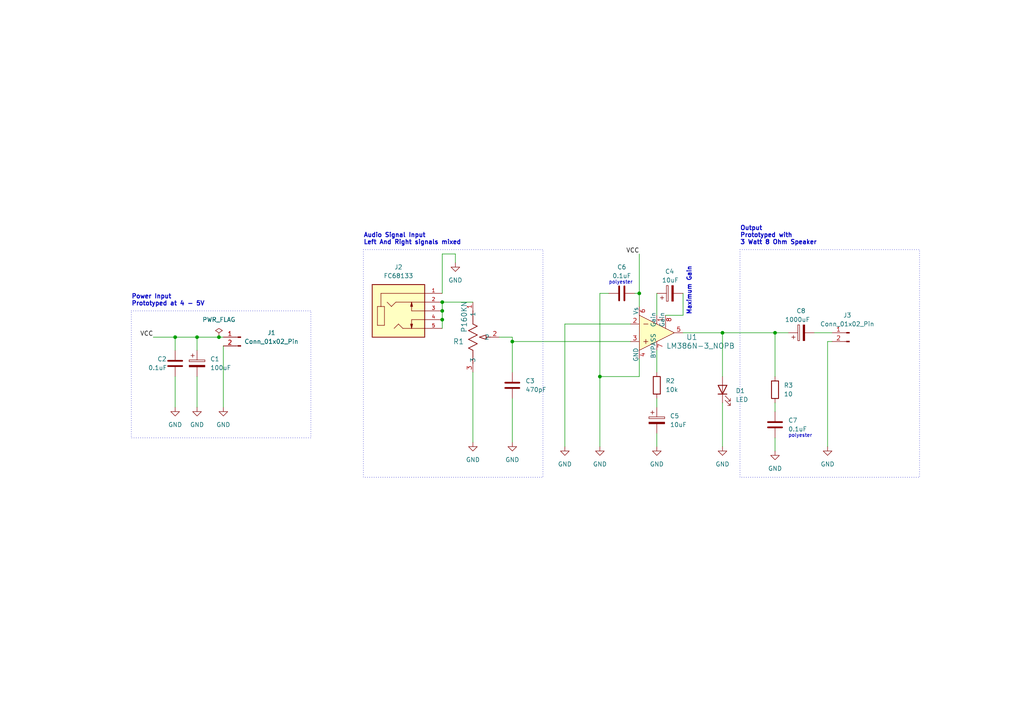
<source format=kicad_sch>
(kicad_sch (version 20230121) (generator eeschema)

  (uuid 9946b283-6baa-4cce-8ce2-670db2f74cdf)

  (paper "A4")

  (title_block
    (title "Simple Audio Amplifier")
    (date "2023-11-22")
    (rev "1")
    (company "George Mason University")
    (comment 1 "Minh Le")
    (comment 2 "G01270908")
  )

  (lib_symbols
    (symbol "Connector:Conn_01x02_Pin" (pin_names (offset 1.016) hide) (in_bom yes) (on_board yes)
      (property "Reference" "J" (at 0 2.54 0)
        (effects (font (size 1.27 1.27)))
      )
      (property "Value" "Conn_01x02_Pin" (at 0 -5.08 0)
        (effects (font (size 1.27 1.27)))
      )
      (property "Footprint" "" (at 0 0 0)
        (effects (font (size 1.27 1.27)) hide)
      )
      (property "Datasheet" "~" (at 0 0 0)
        (effects (font (size 1.27 1.27)) hide)
      )
      (property "ki_locked" "" (at 0 0 0)
        (effects (font (size 1.27 1.27)))
      )
      (property "ki_keywords" "connector" (at 0 0 0)
        (effects (font (size 1.27 1.27)) hide)
      )
      (property "ki_description" "Generic connector, single row, 01x02, script generated" (at 0 0 0)
        (effects (font (size 1.27 1.27)) hide)
      )
      (property "ki_fp_filters" "Connector*:*_1x??_*" (at 0 0 0)
        (effects (font (size 1.27 1.27)) hide)
      )
      (symbol "Conn_01x02_Pin_1_1"
        (polyline
          (pts
            (xy 1.27 -2.54)
            (xy 0.8636 -2.54)
          )
          (stroke (width 0.1524) (type default))
          (fill (type none))
        )
        (polyline
          (pts
            (xy 1.27 0)
            (xy 0.8636 0)
          )
          (stroke (width 0.1524) (type default))
          (fill (type none))
        )
        (rectangle (start 0.8636 -2.413) (end 0 -2.667)
          (stroke (width 0.1524) (type default))
          (fill (type outline))
        )
        (rectangle (start 0.8636 0.127) (end 0 -0.127)
          (stroke (width 0.1524) (type default))
          (fill (type outline))
        )
        (pin passive line (at 5.08 0 180) (length 3.81)
          (name "Pin_1" (effects (font (size 1.27 1.27))))
          (number "1" (effects (font (size 1.27 1.27))))
        )
        (pin passive line (at 5.08 -2.54 180) (length 3.81)
          (name "Pin_2" (effects (font (size 1.27 1.27))))
          (number "2" (effects (font (size 1.27 1.27))))
        )
      )
    )
    (symbol "Device:C" (pin_numbers hide) (pin_names (offset 0.254)) (in_bom yes) (on_board yes)
      (property "Reference" "C" (at 0.635 2.54 0)
        (effects (font (size 1.27 1.27)) (justify left))
      )
      (property "Value" "C" (at 0.635 -2.54 0)
        (effects (font (size 1.27 1.27)) (justify left))
      )
      (property "Footprint" "" (at 0.9652 -3.81 0)
        (effects (font (size 1.27 1.27)) hide)
      )
      (property "Datasheet" "~" (at 0 0 0)
        (effects (font (size 1.27 1.27)) hide)
      )
      (property "ki_keywords" "cap capacitor" (at 0 0 0)
        (effects (font (size 1.27 1.27)) hide)
      )
      (property "ki_description" "Unpolarized capacitor" (at 0 0 0)
        (effects (font (size 1.27 1.27)) hide)
      )
      (property "ki_fp_filters" "C_*" (at 0 0 0)
        (effects (font (size 1.27 1.27)) hide)
      )
      (symbol "C_0_1"
        (polyline
          (pts
            (xy -2.032 -0.762)
            (xy 2.032 -0.762)
          )
          (stroke (width 0.508) (type default))
          (fill (type none))
        )
        (polyline
          (pts
            (xy -2.032 0.762)
            (xy 2.032 0.762)
          )
          (stroke (width 0.508) (type default))
          (fill (type none))
        )
      )
      (symbol "C_1_1"
        (pin passive line (at 0 3.81 270) (length 2.794)
          (name "~" (effects (font (size 1.27 1.27))))
          (number "1" (effects (font (size 1.27 1.27))))
        )
        (pin passive line (at 0 -3.81 90) (length 2.794)
          (name "~" (effects (font (size 1.27 1.27))))
          (number "2" (effects (font (size 1.27 1.27))))
        )
      )
    )
    (symbol "Device:C_Polarized" (pin_numbers hide) (pin_names (offset 0.254)) (in_bom yes) (on_board yes)
      (property "Reference" "C" (at 0.635 2.54 0)
        (effects (font (size 1.27 1.27)) (justify left))
      )
      (property "Value" "C_Polarized" (at 0.635 -2.54 0)
        (effects (font (size 1.27 1.27)) (justify left))
      )
      (property "Footprint" "" (at 0.9652 -3.81 0)
        (effects (font (size 1.27 1.27)) hide)
      )
      (property "Datasheet" "~" (at 0 0 0)
        (effects (font (size 1.27 1.27)) hide)
      )
      (property "ki_keywords" "cap capacitor" (at 0 0 0)
        (effects (font (size 1.27 1.27)) hide)
      )
      (property "ki_description" "Polarized capacitor" (at 0 0 0)
        (effects (font (size 1.27 1.27)) hide)
      )
      (property "ki_fp_filters" "CP_*" (at 0 0 0)
        (effects (font (size 1.27 1.27)) hide)
      )
      (symbol "C_Polarized_0_1"
        (rectangle (start -2.286 0.508) (end 2.286 1.016)
          (stroke (width 0) (type default))
          (fill (type none))
        )
        (polyline
          (pts
            (xy -1.778 2.286)
            (xy -0.762 2.286)
          )
          (stroke (width 0) (type default))
          (fill (type none))
        )
        (polyline
          (pts
            (xy -1.27 2.794)
            (xy -1.27 1.778)
          )
          (stroke (width 0) (type default))
          (fill (type none))
        )
        (rectangle (start 2.286 -0.508) (end -2.286 -1.016)
          (stroke (width 0) (type default))
          (fill (type outline))
        )
      )
      (symbol "C_Polarized_1_1"
        (pin passive line (at 0 3.81 270) (length 2.794)
          (name "~" (effects (font (size 1.27 1.27))))
          (number "1" (effects (font (size 1.27 1.27))))
        )
        (pin passive line (at 0 -3.81 90) (length 2.794)
          (name "~" (effects (font (size 1.27 1.27))))
          (number "2" (effects (font (size 1.27 1.27))))
        )
      )
    )
    (symbol "Device:LED" (pin_numbers hide) (pin_names (offset 1.016) hide) (in_bom yes) (on_board yes)
      (property "Reference" "D" (at 0 2.54 0)
        (effects (font (size 1.27 1.27)))
      )
      (property "Value" "LED" (at 0 -2.54 0)
        (effects (font (size 1.27 1.27)))
      )
      (property "Footprint" "" (at 0 0 0)
        (effects (font (size 1.27 1.27)) hide)
      )
      (property "Datasheet" "~" (at 0 0 0)
        (effects (font (size 1.27 1.27)) hide)
      )
      (property "ki_keywords" "LED diode" (at 0 0 0)
        (effects (font (size 1.27 1.27)) hide)
      )
      (property "ki_description" "Light emitting diode" (at 0 0 0)
        (effects (font (size 1.27 1.27)) hide)
      )
      (property "ki_fp_filters" "LED* LED_SMD:* LED_THT:*" (at 0 0 0)
        (effects (font (size 1.27 1.27)) hide)
      )
      (symbol "LED_0_1"
        (polyline
          (pts
            (xy -1.27 -1.27)
            (xy -1.27 1.27)
          )
          (stroke (width 0.254) (type default))
          (fill (type none))
        )
        (polyline
          (pts
            (xy -1.27 0)
            (xy 1.27 0)
          )
          (stroke (width 0) (type default))
          (fill (type none))
        )
        (polyline
          (pts
            (xy 1.27 -1.27)
            (xy 1.27 1.27)
            (xy -1.27 0)
            (xy 1.27 -1.27)
          )
          (stroke (width 0.254) (type default))
          (fill (type none))
        )
        (polyline
          (pts
            (xy -3.048 -0.762)
            (xy -4.572 -2.286)
            (xy -3.81 -2.286)
            (xy -4.572 -2.286)
            (xy -4.572 -1.524)
          )
          (stroke (width 0) (type default))
          (fill (type none))
        )
        (polyline
          (pts
            (xy -1.778 -0.762)
            (xy -3.302 -2.286)
            (xy -2.54 -2.286)
            (xy -3.302 -2.286)
            (xy -3.302 -1.524)
          )
          (stroke (width 0) (type default))
          (fill (type none))
        )
      )
      (symbol "LED_1_1"
        (pin passive line (at -3.81 0 0) (length 2.54)
          (name "K" (effects (font (size 1.27 1.27))))
          (number "1" (effects (font (size 1.27 1.27))))
        )
        (pin passive line (at 3.81 0 180) (length 2.54)
          (name "A" (effects (font (size 1.27 1.27))))
          (number "2" (effects (font (size 1.27 1.27))))
        )
      )
    )
    (symbol "Device:R" (pin_numbers hide) (pin_names (offset 0)) (in_bom yes) (on_board yes)
      (property "Reference" "R" (at 2.032 0 90)
        (effects (font (size 1.27 1.27)))
      )
      (property "Value" "R" (at 0 0 90)
        (effects (font (size 1.27 1.27)))
      )
      (property "Footprint" "" (at -1.778 0 90)
        (effects (font (size 1.27 1.27)) hide)
      )
      (property "Datasheet" "~" (at 0 0 0)
        (effects (font (size 1.27 1.27)) hide)
      )
      (property "ki_keywords" "R res resistor" (at 0 0 0)
        (effects (font (size 1.27 1.27)) hide)
      )
      (property "ki_description" "Resistor" (at 0 0 0)
        (effects (font (size 1.27 1.27)) hide)
      )
      (property "ki_fp_filters" "R_*" (at 0 0 0)
        (effects (font (size 1.27 1.27)) hide)
      )
      (symbol "R_0_1"
        (rectangle (start -1.016 -2.54) (end 1.016 2.54)
          (stroke (width 0.254) (type default))
          (fill (type none))
        )
      )
      (symbol "R_1_1"
        (pin passive line (at 0 3.81 270) (length 1.27)
          (name "~" (effects (font (size 1.27 1.27))))
          (number "1" (effects (font (size 1.27 1.27))))
        )
        (pin passive line (at 0 -3.81 90) (length 1.27)
          (name "~" (effects (font (size 1.27 1.27))))
          (number "2" (effects (font (size 1.27 1.27))))
        )
      )
    )
    (symbol "Potentio_P160N:P160KN-0FC20B5K" (pin_names (offset 0.254)) (in_bom yes) (on_board yes)
      (property "Reference" "R" (at 10.795 -3.175 0)
        (effects (font (size 1.524 1.524)))
      )
      (property "Value" "P160KN-0FC20B5K" (at 10.795 -6.35 0)
        (effects (font (size 1.524 1.524)))
      )
      (property "Footprint" "POT_P160KN_F20_TTE" (at 0 0 0)
        (effects (font (size 1.27 1.27) italic) hide)
      )
      (property "Datasheet" "P160KN-0FC20B5K" (at 0 0 0)
        (effects (font (size 1.27 1.27) italic) hide)
      )
      (property "ki_locked" "" (at 0 0 0)
        (effects (font (size 1.27 1.27)))
      )
      (property "ki_keywords" "P160KN-0FC20B5K" (at 0 0 0)
        (effects (font (size 1.27 1.27)) hide)
      )
      (property "ki_fp_filters" "POT_P160KN_F20_TTE" (at 0 0 0)
        (effects (font (size 1.27 1.27)) hide)
      )
      (symbol "P160KN-0FC20B5K_1_1"
        (polyline
          (pts
            (xy 2.54 0)
            (xy 6.35 0)
          )
          (stroke (width 0.2032) (type default))
          (fill (type none))
        )
        (polyline
          (pts
            (xy 6.35 0)
            (xy 6.985 1.27)
          )
          (stroke (width 0.2032) (type default))
          (fill (type none))
        )
        (polyline
          (pts
            (xy 6.985 1.27)
            (xy 8.255 -1.27)
          )
          (stroke (width 0.2032) (type default))
          (fill (type none))
        )
        (polyline
          (pts
            (xy 8.255 -1.27)
            (xy 9.525 1.27)
          )
          (stroke (width 0.2032) (type default))
          (fill (type none))
        )
        (polyline
          (pts
            (xy 9.525 1.27)
            (xy 10.795 -1.27)
          )
          (stroke (width 0.2032) (type default))
          (fill (type none))
        )
        (polyline
          (pts
            (xy 9.525 3.81)
            (xy 10.16 1.905)
          )
          (stroke (width 0.2032) (type default))
          (fill (type none))
        )
        (polyline
          (pts
            (xy 9.525 3.81)
            (xy 10.795 3.81)
          )
          (stroke (width 0.2032) (type default))
          (fill (type none))
        )
        (polyline
          (pts
            (xy 10.16 3.81)
            (xy 10.16 5.08)
          )
          (stroke (width 0.2032) (type default))
          (fill (type none))
        )
        (polyline
          (pts
            (xy 10.795 -1.27)
            (xy 12.065 1.27)
          )
          (stroke (width 0.2032) (type default))
          (fill (type none))
        )
        (polyline
          (pts
            (xy 10.795 3.81)
            (xy 10.16 1.905)
          )
          (stroke (width 0.2032) (type default))
          (fill (type none))
        )
        (polyline
          (pts
            (xy 12.065 1.27)
            (xy 13.335 -1.27)
          )
          (stroke (width 0.2032) (type default))
          (fill (type none))
        )
        (polyline
          (pts
            (xy 13.335 -1.27)
            (xy 13.97 0)
          )
          (stroke (width 0.2032) (type default))
          (fill (type none))
        )
        (polyline
          (pts
            (xy 13.97 0)
            (xy 17.78 0)
          )
          (stroke (width 0.2032) (type default))
          (fill (type none))
        )
        (pin unspecified line (at 0 0 0) (length 2.54)
          (name "1" (effects (font (size 1.27 1.27))))
          (number "1" (effects (font (size 1.27 1.27))))
        )
        (pin unspecified line (at 10.16 7.62 270) (length 2.54)
          (name "2" (effects (font (size 1.27 1.27))))
          (number "2" (effects (font (size 1.27 1.27))))
        )
        (pin unspecified line (at 20.32 0 180) (length 2.54)
          (name "3" (effects (font (size 1.27 1.27))))
          (number "3" (effects (font (size 1.27 1.27))))
        )
      )
      (symbol "P160KN-0FC20B5K_1_2"
        (polyline
          (pts
            (xy -3.81 -10.795)
            (xy -3.81 -9.525)
          )
          (stroke (width 0.2032) (type default))
          (fill (type none))
        )
        (polyline
          (pts
            (xy -3.81 -10.795)
            (xy -1.905 -10.16)
          )
          (stroke (width 0.2032) (type default))
          (fill (type none))
        )
        (polyline
          (pts
            (xy -3.81 -10.16)
            (xy -5.08 -10.16)
          )
          (stroke (width 0.2032) (type default))
          (fill (type none))
        )
        (polyline
          (pts
            (xy -3.81 -9.525)
            (xy -1.905 -10.16)
          )
          (stroke (width 0.2032) (type default))
          (fill (type none))
        )
        (polyline
          (pts
            (xy -1.27 -13.335)
            (xy 1.27 -12.065)
          )
          (stroke (width 0.2032) (type default))
          (fill (type none))
        )
        (polyline
          (pts
            (xy -1.27 -10.795)
            (xy 1.27 -9.525)
          )
          (stroke (width 0.2032) (type default))
          (fill (type none))
        )
        (polyline
          (pts
            (xy -1.27 -8.255)
            (xy 1.27 -6.985)
          )
          (stroke (width 0.2032) (type default))
          (fill (type none))
        )
        (polyline
          (pts
            (xy 0 -17.78)
            (xy 0 -13.97)
          )
          (stroke (width 0.2032) (type default))
          (fill (type none))
        )
        (polyline
          (pts
            (xy 0 -13.97)
            (xy -1.27 -13.335)
          )
          (stroke (width 0.2032) (type default))
          (fill (type none))
        )
        (polyline
          (pts
            (xy 0 -6.35)
            (xy 0 -2.54)
          )
          (stroke (width 0.2032) (type default))
          (fill (type none))
        )
        (polyline
          (pts
            (xy 1.27 -12.065)
            (xy -1.27 -10.795)
          )
          (stroke (width 0.2032) (type default))
          (fill (type none))
        )
        (polyline
          (pts
            (xy 1.27 -9.525)
            (xy -1.27 -8.255)
          )
          (stroke (width 0.2032) (type default))
          (fill (type none))
        )
        (polyline
          (pts
            (xy 1.27 -6.985)
            (xy 0 -6.35)
          )
          (stroke (width 0.2032) (type default))
          (fill (type none))
        )
        (pin unspecified line (at 0 0 270) (length 2.54)
          (name "1" (effects (font (size 1.27 1.27))))
          (number "1" (effects (font (size 1.27 1.27))))
        )
        (pin unspecified line (at -7.62 -10.16 0) (length 2.54)
          (name "2" (effects (font (size 1.27 1.27))))
          (number "2" (effects (font (size 1.27 1.27))))
        )
        (pin unspecified line (at 0 -20.32 90) (length 2.54)
          (name "3" (effects (font (size 1.27 1.27))))
          (number "3" (effects (font (size 1.27 1.27))))
        )
      )
    )
    (symbol "StereoJack:FC68133" (pin_names (offset 1.016)) (in_bom yes) (on_board yes)
      (property "Reference" "J" (at -7.62 8.89 0)
        (effects (font (size 1.27 1.27)) (justify left bottom))
      )
      (property "Value" "FC68133" (at -7.62 -8.89 0)
        (effects (font (size 1.27 1.27)) (justify left top))
      )
      (property "Footprint" "FC68133:CLIFF_FC68133" (at 0 0 0)
        (effects (font (size 1.27 1.27)) (justify bottom) hide)
      )
      (property "Datasheet" "" (at 0 0 0)
        (effects (font (size 1.27 1.27)) hide)
      )
      (property "PARTREV" "5" (at 0 0 0)
        (effects (font (size 1.27 1.27)) (justify bottom) hide)
      )
      (property "STANDARD" "Manufacturer Recommendations" (at 0 0 0)
        (effects (font (size 1.27 1.27)) (justify bottom) hide)
      )
      (property "MAXIMUM_PACKAGE_HEIGHT" "5.2 mm" (at 0 0 0)
        (effects (font (size 1.27 1.27)) (justify bottom) hide)
      )
      (property "MANUFACTURER" "Cliff" (at 0 0 0)
        (effects (font (size 1.27 1.27)) (justify bottom) hide)
      )
      (symbol "FC68133_0_0"
        (rectangle (start -7.62 -7.62) (end 7.62 7.62)
          (stroke (width 0.254) (type default))
          (fill (type background))
        )
        (polyline
          (pts
            (xy -6.096 -4.191)
            (xy -6.096 1.27)
          )
          (stroke (width 0.1524) (type default))
          (fill (type none))
        )
        (polyline
          (pts
            (xy -6.096 1.27)
            (xy -5.08 1.27)
          )
          (stroke (width 0.1524) (type default))
          (fill (type none))
        )
        (polyline
          (pts
            (xy -5.08 1.27)
            (xy -4.064 1.27)
          )
          (stroke (width 0.1524) (type default))
          (fill (type none))
        )
        (polyline
          (pts
            (xy -5.08 5.08)
            (xy -5.08 1.27)
          )
          (stroke (width 0.1524) (type default))
          (fill (type none))
        )
        (polyline
          (pts
            (xy -4.064 -4.191)
            (xy -6.096 -4.191)
          )
          (stroke (width 0.1524) (type default))
          (fill (type none))
        )
        (polyline
          (pts
            (xy -4.064 1.27)
            (xy -4.064 -4.191)
          )
          (stroke (width 0.1524) (type default))
          (fill (type none))
        )
        (polyline
          (pts
            (xy -2.032 1.27)
            (xy -3.302 2.54)
          )
          (stroke (width 0.1524) (type default))
          (fill (type none))
        )
        (polyline
          (pts
            (xy -0.762 2.54)
            (xy -2.032 1.27)
          )
          (stroke (width 0.1524) (type default))
          (fill (type none))
        )
        (polyline
          (pts
            (xy 0 -3.81)
            (xy -1.27 -5.08)
          )
          (stroke (width 0.1524) (type default))
          (fill (type none))
        )
        (polyline
          (pts
            (xy 1.27 -5.08)
            (xy 0 -3.81)
          )
          (stroke (width 0.1524) (type default))
          (fill (type none))
        )
        (polyline
          (pts
            (xy 3.81 -5.08)
            (xy 1.27 -5.08)
          )
          (stroke (width 0.1524) (type default))
          (fill (type none))
        )
        (polyline
          (pts
            (xy 3.81 -5.08)
            (xy 3.81 -2.54)
          )
          (stroke (width 0.1524) (type default))
          (fill (type none))
        )
        (polyline
          (pts
            (xy 3.81 0)
            (xy 3.81 2.54)
          )
          (stroke (width 0.1524) (type default))
          (fill (type none))
        )
        (polyline
          (pts
            (xy 3.81 2.54)
            (xy -0.762 2.54)
          )
          (stroke (width 0.1524) (type default))
          (fill (type none))
        )
        (polyline
          (pts
            (xy 7.62 -5.08)
            (xy 3.81 -5.08)
          )
          (stroke (width 0.1524) (type default))
          (fill (type none))
        )
        (polyline
          (pts
            (xy 7.62 -2.54)
            (xy 3.81 -2.54)
          )
          (stroke (width 0.1524) (type default))
          (fill (type none))
        )
        (polyline
          (pts
            (xy 7.62 0)
            (xy 3.81 0)
          )
          (stroke (width 0.1524) (type default))
          (fill (type none))
        )
        (polyline
          (pts
            (xy 7.62 2.54)
            (xy 3.81 2.54)
          )
          (stroke (width 0.1524) (type default))
          (fill (type none))
        )
        (polyline
          (pts
            (xy 7.62 5.08)
            (xy -5.08 5.08)
          )
          (stroke (width 0.1524) (type default))
          (fill (type none))
        )
        (polyline
          (pts
            (xy 3.81 -5.08)
            (xy 3.4925 -3.81)
            (xy 4.1275 -3.81)
            (xy 3.81 -5.08)
          )
          (stroke (width 0.1524) (type default))
          (fill (type outline))
        )
        (polyline
          (pts
            (xy 3.81 2.54)
            (xy 4.1275 1.27)
            (xy 3.4925 1.27)
            (xy 3.81 2.54)
          )
          (stroke (width 0.1524) (type default))
          (fill (type outline))
        )
        (pin passive line (at 12.7 5.08 180) (length 5.08)
          (name "~" (effects (font (size 1.016 1.016))))
          (number "1" (effects (font (size 1.016 1.016))))
        )
        (pin passive line (at 12.7 2.54 180) (length 5.08)
          (name "~" (effects (font (size 1.016 1.016))))
          (number "2" (effects (font (size 1.016 1.016))))
        )
        (pin passive line (at 12.7 0 180) (length 5.08)
          (name "~" (effects (font (size 1.016 1.016))))
          (number "3" (effects (font (size 1.016 1.016))))
        )
        (pin passive line (at 12.7 -2.54 180) (length 5.08)
          (name "~" (effects (font (size 1.016 1.016))))
          (number "4" (effects (font (size 1.016 1.016))))
        )
        (pin passive line (at 12.7 -5.08 180) (length 5.08)
          (name "~" (effects (font (size 1.016 1.016))))
          (number "5" (effects (font (size 1.016 1.016))))
        )
      )
    )
    (symbol "dk_Linear-Amplifiers-Audio:LM386N-3_NOPB" (pin_names (offset 0)) (in_bom yes) (on_board yes)
      (property "Reference" "U" (at -8.89 5.08 0)
        (effects (font (size 1.524 1.524)))
      )
      (property "Value" "LM386N-3_NOPB" (at 2.54 -5.08 0)
        (effects (font (size 1.524 1.524)) (justify left))
      )
      (property "Footprint" "digikey-footprints:DIP-8_W7.62mm" (at 5.08 5.08 0)
        (effects (font (size 1.524 1.524)) (justify left) hide)
      )
      (property "Datasheet" "http://www.ti.com/general/docs/suppproductinfo.tsp?distId=10&gotoUrl=http%3A%2F%2Fwww.ti.com%2Flit%2Fgpn%2Flm386" (at 5.08 7.62 0)
        (effects (font (size 1.524 1.524)) (justify left) hide)
      )
      (property "Digi-Key_PN" "296-43959-5-ND" (at 5.08 10.16 0)
        (effects (font (size 1.524 1.524)) (justify left) hide)
      )
      (property "MPN" "LM386N-3/NOPB" (at 5.08 12.7 0)
        (effects (font (size 1.524 1.524)) (justify left) hide)
      )
      (property "Category" "Integrated Circuits (ICs)" (at 5.08 15.24 0)
        (effects (font (size 1.524 1.524)) (justify left) hide)
      )
      (property "Family" "Linear - Amplifiers - Audio" (at 5.08 17.78 0)
        (effects (font (size 1.524 1.524)) (justify left) hide)
      )
      (property "DK_Datasheet_Link" "http://www.ti.com/general/docs/suppproductinfo.tsp?distId=10&gotoUrl=http%3A%2F%2Fwww.ti.com%2Flit%2Fgpn%2Flm386" (at 5.08 20.32 0)
        (effects (font (size 1.524 1.524)) (justify left) hide)
      )
      (property "DK_Detail_Page" "/product-detail/en/texas-instruments/LM386N-3-NOPB/296-43959-5-ND/148191" (at 5.08 22.86 0)
        (effects (font (size 1.524 1.524)) (justify left) hide)
      )
      (property "Description" "IC AMP AUDIO PWR .7W MONO 8DIP" (at 5.08 25.4 0)
        (effects (font (size 1.524 1.524)) (justify left) hide)
      )
      (property "Manufacturer" "Texas Instruments" (at 5.08 27.94 0)
        (effects (font (size 1.524 1.524)) (justify left) hide)
      )
      (property "Status" "Active" (at 5.08 30.48 0)
        (effects (font (size 1.524 1.524)) (justify left) hide)
      )
      (property "ki_keywords" "296-43959-5-ND" (at 0 0 0)
        (effects (font (size 1.27 1.27)) hide)
      )
      (property "ki_description" "IC AMP AUDIO PWR .7W MONO 8DIP" (at 0 0 0)
        (effects (font (size 1.27 1.27)) hide)
      )
      (symbol "LM386N-3_NOPB_0_1"
        (polyline
          (pts
            (xy -3.81 -2.54)
            (xy -2.54 -2.54)
          )
          (stroke (width 0) (type solid))
          (fill (type none))
        )
        (polyline
          (pts
            (xy -3.81 2.54)
            (xy -2.54 2.54)
          )
          (stroke (width 0) (type solid))
          (fill (type none))
        )
        (polyline
          (pts
            (xy -3.175 -1.905)
            (xy -3.175 -3.175)
          )
          (stroke (width 0) (type solid))
          (fill (type none))
        )
        (polyline
          (pts
            (xy 2.54 2.54)
            (xy 2.54 1.27)
          )
          (stroke (width 0) (type solid))
          (fill (type none))
        )
        (polyline
          (pts
            (xy -5.08 5.08)
            (xy -5.08 -5.08)
            (xy 5.08 0)
            (xy -5.08 5.08)
          )
          (stroke (width 0) (type solid))
          (fill (type background))
        )
      )
      (symbol "LM386N-3_NOPB_1_1"
        (pin input line (at 0 5.08 270) (length 2.54)
          (name "Gain" (effects (font (size 1.27 1.27))))
          (number "1" (effects (font (size 1.27 1.27))))
        )
        (pin input line (at -7.62 2.54 0) (length 2.54)
          (name "~" (effects (font (size 1.27 1.27))))
          (number "2" (effects (font (size 1.27 1.27))))
        )
        (pin input line (at -7.62 -2.54 0) (length 2.54)
          (name "~" (effects (font (size 1.27 1.27))))
          (number "3" (effects (font (size 1.27 1.27))))
        )
        (pin power_in line (at -5.08 -7.62 90) (length 2.54)
          (name "GND" (effects (font (size 1.27 1.27))))
          (number "4" (effects (font (size 1.27 1.27))))
        )
        (pin output line (at 7.62 0 180) (length 2.54)
          (name "~" (effects (font (size 1.27 1.27))))
          (number "5" (effects (font (size 1.27 1.27))))
        )
        (pin power_in line (at -5.08 7.62 270) (length 2.54)
          (name "Vs" (effects (font (size 1.27 1.27))))
          (number "6" (effects (font (size 1.27 1.27))))
        )
        (pin output line (at 0 -5.08 90) (length 2.54)
          (name "BYPASS" (effects (font (size 1.27 1.27))))
          (number "7" (effects (font (size 1.27 1.27))))
        )
        (pin input line (at 2.54 5.08 270) (length 2.54)
          (name "Gain" (effects (font (size 1.27 1.27))))
          (number "8" (effects (font (size 1.27 1.27))))
        )
      )
    )
    (symbol "power:GND" (power) (pin_names (offset 0)) (in_bom yes) (on_board yes)
      (property "Reference" "#PWR" (at 0 -6.35 0)
        (effects (font (size 1.27 1.27)) hide)
      )
      (property "Value" "GND" (at 0 -3.81 0)
        (effects (font (size 1.27 1.27)))
      )
      (property "Footprint" "" (at 0 0 0)
        (effects (font (size 1.27 1.27)) hide)
      )
      (property "Datasheet" "" (at 0 0 0)
        (effects (font (size 1.27 1.27)) hide)
      )
      (property "ki_keywords" "global power" (at 0 0 0)
        (effects (font (size 1.27 1.27)) hide)
      )
      (property "ki_description" "Power symbol creates a global label with name \"GND\" , ground" (at 0 0 0)
        (effects (font (size 1.27 1.27)) hide)
      )
      (symbol "GND_0_1"
        (polyline
          (pts
            (xy 0 0)
            (xy 0 -1.27)
            (xy 1.27 -1.27)
            (xy 0 -2.54)
            (xy -1.27 -1.27)
            (xy 0 -1.27)
          )
          (stroke (width 0) (type default))
          (fill (type none))
        )
      )
      (symbol "GND_1_1"
        (pin power_in line (at 0 0 270) (length 0) hide
          (name "GND" (effects (font (size 1.27 1.27))))
          (number "1" (effects (font (size 1.27 1.27))))
        )
      )
    )
    (symbol "power:PWR_FLAG" (power) (pin_numbers hide) (pin_names (offset 0) hide) (in_bom yes) (on_board yes)
      (property "Reference" "#FLG" (at 0 1.905 0)
        (effects (font (size 1.27 1.27)) hide)
      )
      (property "Value" "PWR_FLAG" (at 0 3.81 0)
        (effects (font (size 1.27 1.27)))
      )
      (property "Footprint" "" (at 0 0 0)
        (effects (font (size 1.27 1.27)) hide)
      )
      (property "Datasheet" "~" (at 0 0 0)
        (effects (font (size 1.27 1.27)) hide)
      )
      (property "ki_keywords" "flag power" (at 0 0 0)
        (effects (font (size 1.27 1.27)) hide)
      )
      (property "ki_description" "Special symbol for telling ERC where power comes from" (at 0 0 0)
        (effects (font (size 1.27 1.27)) hide)
      )
      (symbol "PWR_FLAG_0_0"
        (pin power_out line (at 0 0 90) (length 0)
          (name "pwr" (effects (font (size 1.27 1.27))))
          (number "1" (effects (font (size 1.27 1.27))))
        )
      )
      (symbol "PWR_FLAG_0_1"
        (polyline
          (pts
            (xy 0 0)
            (xy 0 1.27)
            (xy -1.016 1.905)
            (xy 0 2.54)
            (xy 1.016 1.905)
            (xy 0 1.27)
          )
          (stroke (width 0) (type default))
          (fill (type none))
        )
      )
    )
  )

  (junction (at 148.59 99.06) (diameter 0) (color 0 0 0 0)
    (uuid 1b5c1395-17fc-496e-9370-1d487b88ebf4)
  )
  (junction (at 128.27 90.17) (diameter 0) (color 0 0 0 0)
    (uuid 2777b765-0929-48ae-a060-4520cefe6727)
  )
  (junction (at 128.27 87.63) (diameter 0) (color 0 0 0 0)
    (uuid 3abfabbe-77c4-4b30-9af2-5b0ae274380b)
  )
  (junction (at 173.99 109.22) (diameter 0) (color 0 0 0 0)
    (uuid 3dee2263-7f6b-4e7e-8bf3-d67954889774)
  )
  (junction (at 57.15 97.79) (diameter 0) (color 0 0 0 0)
    (uuid 590587d4-de0e-4990-b439-c2e3365c9b42)
  )
  (junction (at 50.8 97.79) (diameter 0) (color 0 0 0 0)
    (uuid 78658380-286e-4609-aa49-b644e5c6042c)
  )
  (junction (at 185.42 85.09) (diameter 0) (color 0 0 0 0)
    (uuid 9a8d84f3-9ec4-4bec-b414-d96a152fdc49)
  )
  (junction (at 128.27 92.71) (diameter 0) (color 0 0 0 0)
    (uuid a5a257f8-3c96-4702-91aa-f9c89442551a)
  )
  (junction (at 224.79 96.52) (diameter 0) (color 0 0 0 0)
    (uuid b686d403-9e96-40fc-ab74-593ae36ce289)
  )
  (junction (at 209.55 96.52) (diameter 0) (color 0 0 0 0)
    (uuid cee6266d-5d22-416c-8731-f09183fcc112)
  )
  (junction (at 63.5 97.79) (diameter 0) (color 0 0 0 0)
    (uuid d0cfac09-7499-4d61-a2a4-7451a4a27c9e)
  )

  (wire (pts (xy 185.42 85.09) (xy 185.42 88.9))
    (stroke (width 0) (type default))
    (uuid 0080f60d-49f7-469e-b227-80aafb34eb13)
  )
  (wire (pts (xy 190.5 125.73) (xy 190.5 129.54))
    (stroke (width 0) (type default))
    (uuid 08032a96-8fb9-4539-94af-03ef16780153)
  )
  (wire (pts (xy 44.45 97.79) (xy 50.8 97.79))
    (stroke (width 0) (type default))
    (uuid 0aefda1e-b6ab-477e-b32f-f706eafd2e51)
  )
  (wire (pts (xy 128.27 90.17) (xy 128.27 92.71))
    (stroke (width 0) (type default))
    (uuid 0d1faa6e-5891-4629-bf16-955994c013d0)
  )
  (wire (pts (xy 176.53 85.09) (xy 173.99 85.09))
    (stroke (width 0) (type default))
    (uuid 12e93b44-5095-4155-a219-7c38cc0fb832)
  )
  (wire (pts (xy 50.8 97.79) (xy 50.8 101.6))
    (stroke (width 0) (type default))
    (uuid 14ee1bf9-278c-41ce-a0b0-d1d2bdc1cbe2)
  )
  (wire (pts (xy 241.3 99.06) (xy 240.03 99.06))
    (stroke (width 0) (type default))
    (uuid 1867e6c1-1a96-4c42-8d79-b5a33b25ae47)
  )
  (wire (pts (xy 224.79 96.52) (xy 224.79 109.22))
    (stroke (width 0) (type default))
    (uuid 19ad4fb4-700a-48a4-8b4c-c6fb00dd1d20)
  )
  (wire (pts (xy 184.15 85.09) (xy 185.42 85.09))
    (stroke (width 0) (type default))
    (uuid 1af38717-8440-491a-9bd8-cfe7dfa9d2da)
  )
  (wire (pts (xy 173.99 109.22) (xy 185.42 109.22))
    (stroke (width 0) (type default))
    (uuid 1db67da2-0225-411a-bd0b-da1c73cdac01)
  )
  (wire (pts (xy 190.5 101.6) (xy 190.5 107.95))
    (stroke (width 0) (type default))
    (uuid 1e08f2ba-717c-4732-ad38-051aa82c3eec)
  )
  (wire (pts (xy 128.27 92.71) (xy 128.27 95.25))
    (stroke (width 0) (type default))
    (uuid 1e0f4c10-d19b-45fc-b65e-1f2b8693bea6)
  )
  (wire (pts (xy 190.5 85.09) (xy 190.5 91.44))
    (stroke (width 0) (type default))
    (uuid 22b0ce22-a939-424c-bbfa-0ebb0c0ddad2)
  )
  (wire (pts (xy 137.16 107.95) (xy 137.16 128.27))
    (stroke (width 0) (type default))
    (uuid 2a5fa771-0f38-4cf0-ad56-31db6276f5df)
  )
  (wire (pts (xy 63.5 97.79) (xy 64.77 97.79))
    (stroke (width 0) (type default))
    (uuid 3c39ece0-86c8-4d4a-8b24-07de2b52cad5)
  )
  (wire (pts (xy 50.8 109.22) (xy 50.8 118.11))
    (stroke (width 0) (type default))
    (uuid 403f605a-2ecc-4ca1-a3dd-8003727baf93)
  )
  (wire (pts (xy 57.15 109.22) (xy 57.15 118.11))
    (stroke (width 0) (type default))
    (uuid 496dd1c2-c4c5-441e-9a8b-186655ca9fd5)
  )
  (wire (pts (xy 224.79 96.52) (xy 228.6 96.52))
    (stroke (width 0) (type default))
    (uuid 496e31b5-ee6c-4062-9ac4-38f7e769f868)
  )
  (wire (pts (xy 148.59 99.06) (xy 148.59 107.95))
    (stroke (width 0) (type default))
    (uuid 61beed51-01fc-4afe-a765-634177b21cda)
  )
  (wire (pts (xy 209.55 96.52) (xy 224.79 96.52))
    (stroke (width 0) (type default))
    (uuid 62afec73-b118-4ba9-ab52-996020d7a2bc)
  )
  (wire (pts (xy 57.15 97.79) (xy 57.15 101.6))
    (stroke (width 0) (type default))
    (uuid 645d8523-d337-4b00-93ea-a6510d9768c9)
  )
  (wire (pts (xy 173.99 85.09) (xy 173.99 109.22))
    (stroke (width 0) (type default))
    (uuid 6d60d346-a5ff-4f94-b75a-d80202e7289a)
  )
  (wire (pts (xy 128.27 87.63) (xy 128.27 90.17))
    (stroke (width 0) (type default))
    (uuid 6f6a67e5-1514-4045-b522-adffe3ff06ec)
  )
  (wire (pts (xy 148.59 115.57) (xy 148.59 128.27))
    (stroke (width 0) (type default))
    (uuid 8ed03ba0-03d6-40d7-90d6-834b11f4ee01)
  )
  (wire (pts (xy 198.12 85.09) (xy 198.12 91.44))
    (stroke (width 0) (type default))
    (uuid 905caf34-4386-4fec-a7b2-46bbbbc30c62)
  )
  (wire (pts (xy 128.27 85.09) (xy 128.27 73.66))
    (stroke (width 0) (type default))
    (uuid 96fe337a-24a0-4606-87dd-61cf2773b798)
  )
  (wire (pts (xy 64.77 100.33) (xy 64.77 118.11))
    (stroke (width 0) (type default))
    (uuid 9746466c-f12f-401e-8dcd-b8aff9043787)
  )
  (wire (pts (xy 50.8 97.79) (xy 57.15 97.79))
    (stroke (width 0) (type default))
    (uuid 99d0b3b4-30eb-4008-b4f0-00bd081971e9)
  )
  (wire (pts (xy 148.59 99.06) (xy 182.88 99.06))
    (stroke (width 0) (type default))
    (uuid 9a7783a6-0855-4589-ac1c-967c28f8a431)
  )
  (wire (pts (xy 132.08 73.66) (xy 132.08 76.2))
    (stroke (width 0) (type default))
    (uuid 9ba00db6-c3e0-4df6-bc95-0baac7f3e281)
  )
  (wire (pts (xy 57.15 97.79) (xy 63.5 97.79))
    (stroke (width 0) (type default))
    (uuid a23e90dd-494a-447d-a0da-516ed3a6bf4c)
  )
  (wire (pts (xy 185.42 73.66) (xy 185.42 85.09))
    (stroke (width 0) (type default))
    (uuid a3e2b4f9-0414-4b2d-a124-ef9dcecb61a5)
  )
  (wire (pts (xy 198.12 96.52) (xy 209.55 96.52))
    (stroke (width 0) (type default))
    (uuid a6cc8756-2981-4de4-971d-0f547428bfea)
  )
  (wire (pts (xy 144.78 97.79) (xy 148.59 97.79))
    (stroke (width 0) (type default))
    (uuid a91dd759-2a7f-46e3-a914-5139a4823d36)
  )
  (wire (pts (xy 224.79 116.84) (xy 224.79 119.38))
    (stroke (width 0) (type default))
    (uuid b9855476-f787-4560-9330-348f036c8f3a)
  )
  (wire (pts (xy 190.5 115.57) (xy 190.5 118.11))
    (stroke (width 0) (type default))
    (uuid bb242229-543b-4f06-a8ee-a1b1207d71f4)
  )
  (wire (pts (xy 209.55 96.52) (xy 209.55 109.22))
    (stroke (width 0) (type default))
    (uuid c4355368-f2e1-4d6c-9a68-2e026f9f66fe)
  )
  (wire (pts (xy 185.42 104.14) (xy 185.42 109.22))
    (stroke (width 0) (type default))
    (uuid c45ee82b-e445-4544-b176-20dd17c730b4)
  )
  (wire (pts (xy 209.55 116.84) (xy 209.55 129.54))
    (stroke (width 0) (type default))
    (uuid c937a314-83c8-4579-8fa4-b422772d296e)
  )
  (wire (pts (xy 128.27 73.66) (xy 132.08 73.66))
    (stroke (width 0) (type default))
    (uuid c9e8c9dd-fd46-4621-a253-847f6cfb039e)
  )
  (wire (pts (xy 224.79 127) (xy 224.79 130.81))
    (stroke (width 0) (type default))
    (uuid cb5b30c1-ea4d-44b1-b141-9922a90b047d)
  )
  (wire (pts (xy 236.22 96.52) (xy 241.3 96.52))
    (stroke (width 0) (type default))
    (uuid d88119bb-8d22-453b-ac1e-d8782bcbbff0)
  )
  (wire (pts (xy 240.03 99.06) (xy 240.03 129.54))
    (stroke (width 0) (type default))
    (uuid db7d50d4-df3f-49cc-92f5-829aa0a51c98)
  )
  (wire (pts (xy 128.27 87.63) (xy 137.16 87.63))
    (stroke (width 0) (type default))
    (uuid dd292dbe-28a1-4c04-aabd-bd307933991a)
  )
  (wire (pts (xy 163.83 93.98) (xy 163.83 129.54))
    (stroke (width 0) (type default))
    (uuid e75bcd38-99cf-4fab-8284-5501f47fa207)
  )
  (wire (pts (xy 148.59 99.06) (xy 148.59 97.79))
    (stroke (width 0) (type default))
    (uuid e97d2b5b-215b-472a-bc34-e7061713db34)
  )
  (wire (pts (xy 182.88 93.98) (xy 163.83 93.98))
    (stroke (width 0) (type default))
    (uuid ed8de270-e189-4b22-a4a0-4439e30a7e05)
  )
  (wire (pts (xy 173.99 109.22) (xy 173.99 129.54))
    (stroke (width 0) (type default))
    (uuid eec67762-5972-4c20-a498-4f0997536a33)
  )
  (wire (pts (xy 193.04 91.44) (xy 198.12 91.44))
    (stroke (width 0) (type default))
    (uuid f2f8dbc7-c663-4387-bd92-20b04732eda4)
  )

  (rectangle (start 214.63 72.39) (end 266.7 138.43)
    (stroke (width 0) (type dot))
    (fill (type none))
    (uuid 1ef303b0-04bd-4956-b123-a85bf55771a0)
  )
  (rectangle (start 38.1 90.17) (end 90.17 127)
    (stroke (width 0) (type dot))
    (fill (type none))
    (uuid 9cb1ddc6-d808-4439-9e5e-fcf74222d816)
  )
  (rectangle (start 105.41 72.39) (end 157.48 138.43)
    (stroke (width 0) (type dot))
    (fill (type none))
    (uuid f48a4aa7-f225-4170-a8f9-0e388ad6e593)
  )

  (text "polyester" (at 176.53 82.55 0)
    (effects (font (size 1 1)) (justify left bottom))
    (uuid 1abc8a3d-e637-43ec-a1c7-d28de9e8919d)
  )
  (text "Maximum Gain" (at 200.66 91.44 90)
    (effects (font (size 1.27 1.27) bold) (justify left bottom))
    (uuid 4f1b7e70-7600-4133-a6ba-4d6dd3f002fa)
  )
  (text "Output\nPrototyped with \n3 Watt 8 Ohm Speaker" (at 214.63 71.12 0)
    (effects (font (size 1.27 1.27) bold) (justify left bottom))
    (uuid 66468b82-eed9-49fa-a2bc-3a694df38fbe)
  )
  (text "polyester" (at 228.6 127 0)
    (effects (font (size 1 1)) (justify left bottom))
    (uuid cf2e5772-34eb-48d2-a1d5-64dbc960736b)
  )
  (text "Power Input\nPrototyped at 4 - 5V" (at 38.1 88.9 0)
    (effects (font (size 1.27 1.27) bold) (justify left bottom))
    (uuid f3bc22f6-8d5e-47b8-b51a-2e9ff9105886)
  )
  (text "Audio Signal Input\nLeft And Right signals mixed" (at 105.41 71.12 0)
    (effects (font (size 1.27 1.27) bold) (justify left bottom))
    (uuid f815dc99-2ce9-4620-b67e-3a2f04bb0161)
  )

  (label "VCC" (at 44.45 97.79 180) (fields_autoplaced)
    (effects (font (size 1.27 1.27)) (justify right bottom))
    (uuid 2ff16208-e940-44ea-b2b2-6951392bc994)
  )
  (label "VCC" (at 185.42 73.66 180) (fields_autoplaced)
    (effects (font (size 1.27 1.27)) (justify right bottom))
    (uuid 939b40ab-e588-4ef8-b4cc-a9a6ce01faec)
  )

  (symbol (lib_id "Device:C") (at 50.8 105.41 0) (unit 1)
    (in_bom yes) (on_board yes) (dnp no)
    (uuid 04f4caaa-3490-4682-937a-62ff9a3e7cfc)
    (property "Reference" "C2" (at 46.99 104.14 0)
      (effects (font (size 1.27 1.27)))
    )
    (property "Value" "0.1uF" (at 45.72 106.68 0)
      (effects (font (size 1.27 1.27)))
    )
    (property "Footprint" "Capacitor_THT:C_Disc_D3.0mm_W1.6mm_P2.50mm" (at 51.7652 109.22 0)
      (effects (font (size 1.27 1.27)) hide)
    )
    (property "Datasheet" "~" (at 50.8 105.41 0)
      (effects (font (size 1.27 1.27)) hide)
    )
    (pin "1" (uuid d5cfa62f-443c-4e31-90d9-19faefd73cef))
    (pin "2" (uuid 1eb677f6-e073-44d1-942b-d26851d1bdc5))
    (instances
      (project "SimpleAudioAmplifier"
        (path "/9946b283-6baa-4cce-8ce2-670db2f74cdf"
          (reference "C2") (unit 1)
        )
      )
    )
  )

  (symbol (lib_id "Device:C") (at 180.34 85.09 90) (unit 1)
    (in_bom yes) (on_board yes) (dnp no) (fields_autoplaced)
    (uuid 060de9b0-d3c8-4845-9e43-d4b6566ffbb3)
    (property "Reference" "C6" (at 180.34 77.47 90)
      (effects (font (size 1.27 1.27)))
    )
    (property "Value" "0.1uF" (at 180.34 80.01 90)
      (effects (font (size 1.27 1.27)))
    )
    (property "Footprint" "Capacitor_THT:C_Disc_D3.0mm_W1.6mm_P2.50mm" (at 184.15 84.1248 0)
      (effects (font (size 1.27 1.27)) hide)
    )
    (property "Datasheet" "~" (at 180.34 85.09 0)
      (effects (font (size 1.27 1.27)) hide)
    )
    (pin "1" (uuid 25a2c510-19fc-4f9f-ad7b-8dca8c778afc))
    (pin "2" (uuid 364febf2-c92c-413d-9bfc-bd3e97fcc4c3))
    (instances
      (project "SimpleAudioAmplifier"
        (path "/9946b283-6baa-4cce-8ce2-670db2f74cdf"
          (reference "C6") (unit 1)
        )
      )
    )
  )

  (symbol (lib_id "power:GND") (at 132.08 76.2 0) (unit 1)
    (in_bom yes) (on_board yes) (dnp no) (fields_autoplaced)
    (uuid 09e9cb8a-5f2c-48e8-8b2d-64e34a956711)
    (property "Reference" "#PWR09" (at 132.08 82.55 0)
      (effects (font (size 1.27 1.27)) hide)
    )
    (property "Value" "GND" (at 132.08 81.28 0)
      (effects (font (size 1.27 1.27)))
    )
    (property "Footprint" "" (at 132.08 76.2 0)
      (effects (font (size 1.27 1.27)) hide)
    )
    (property "Datasheet" "" (at 132.08 76.2 0)
      (effects (font (size 1.27 1.27)) hide)
    )
    (pin "1" (uuid f13745cb-d279-445a-82b2-dcf713e1563e))
    (instances
      (project "SimpleAudioAmplifier"
        (path "/9946b283-6baa-4cce-8ce2-670db2f74cdf"
          (reference "#PWR09") (unit 1)
        )
      )
    )
  )

  (symbol (lib_id "power:GND") (at 137.16 128.27 0) (unit 1)
    (in_bom yes) (on_board yes) (dnp no) (fields_autoplaced)
    (uuid 0bd8b668-0b12-4239-b0a3-b32ac76ee853)
    (property "Reference" "#PWR02" (at 137.16 134.62 0)
      (effects (font (size 1.27 1.27)) hide)
    )
    (property "Value" "GND" (at 137.16 133.35 0)
      (effects (font (size 1.27 1.27)))
    )
    (property "Footprint" "" (at 137.16 128.27 0)
      (effects (font (size 1.27 1.27)) hide)
    )
    (property "Datasheet" "" (at 137.16 128.27 0)
      (effects (font (size 1.27 1.27)) hide)
    )
    (pin "1" (uuid 2b8b3363-b563-4e1a-8775-9629fb698816))
    (instances
      (project "SimpleAudioAmplifier"
        (path "/9946b283-6baa-4cce-8ce2-670db2f74cdf"
          (reference "#PWR02") (unit 1)
        )
      )
    )
  )

  (symbol (lib_id "power:GND") (at 240.03 129.54 0) (unit 1)
    (in_bom yes) (on_board yes) (dnp no) (fields_autoplaced)
    (uuid 0cf5f36e-87f9-4e10-9584-89bcd3baad5b)
    (property "Reference" "#PWR08" (at 240.03 135.89 0)
      (effects (font (size 1.27 1.27)) hide)
    )
    (property "Value" "GND" (at 240.03 134.62 0)
      (effects (font (size 1.27 1.27)))
    )
    (property "Footprint" "" (at 240.03 129.54 0)
      (effects (font (size 1.27 1.27)) hide)
    )
    (property "Datasheet" "" (at 240.03 129.54 0)
      (effects (font (size 1.27 1.27)) hide)
    )
    (pin "1" (uuid 0a583354-5d74-407c-ab57-a3aa40e0b57d))
    (instances
      (project "SimpleAudioAmplifier"
        (path "/9946b283-6baa-4cce-8ce2-670db2f74cdf"
          (reference "#PWR08") (unit 1)
        )
      )
    )
  )

  (symbol (lib_id "Connector:Conn_01x02_Pin") (at 69.85 97.79 0) (mirror y) (unit 1)
    (in_bom yes) (on_board yes) (dnp no)
    (uuid 11f53ba9-2f8c-4c25-85e2-300b6b7a9a31)
    (property "Reference" "J1" (at 78.74 96.52 0)
      (effects (font (size 1.27 1.27)))
    )
    (property "Value" "Conn_01x02_Pin" (at 78.74 99.06 0)
      (effects (font (size 1.27 1.27)))
    )
    (property "Footprint" "Connector_PinHeader_2.00mm:PinHeader_1x02_P2.00mm_Vertical" (at 69.85 97.79 0)
      (effects (font (size 1.27 1.27)) hide)
    )
    (property "Datasheet" "~" (at 69.85 97.79 0)
      (effects (font (size 1.27 1.27)) hide)
    )
    (pin "1" (uuid d3bbb204-ec44-424f-be1a-0424d3436851))
    (pin "2" (uuid e96c3d2b-4196-42a9-b666-fe5aa252c023))
    (instances
      (project "SimpleAudioAmplifier"
        (path "/9946b283-6baa-4cce-8ce2-670db2f74cdf"
          (reference "J1") (unit 1)
        )
      )
    )
  )

  (symbol (lib_id "power:GND") (at 57.15 118.11 0) (unit 1)
    (in_bom yes) (on_board yes) (dnp no) (fields_autoplaced)
    (uuid 2ccb46b7-a33a-4e18-ae86-98ccbb03688a)
    (property "Reference" "#PWR011" (at 57.15 124.46 0)
      (effects (font (size 1.27 1.27)) hide)
    )
    (property "Value" "GND" (at 57.15 123.19 0)
      (effects (font (size 1.27 1.27)))
    )
    (property "Footprint" "" (at 57.15 118.11 0)
      (effects (font (size 1.27 1.27)) hide)
    )
    (property "Datasheet" "" (at 57.15 118.11 0)
      (effects (font (size 1.27 1.27)) hide)
    )
    (pin "1" (uuid 0b8f6c33-d6df-4b06-ba2e-ec16d3f2519f))
    (instances
      (project "SimpleAudioAmplifier"
        (path "/9946b283-6baa-4cce-8ce2-670db2f74cdf"
          (reference "#PWR011") (unit 1)
        )
      )
    )
  )

  (symbol (lib_id "power:GND") (at 209.55 129.54 0) (unit 1)
    (in_bom yes) (on_board yes) (dnp no) (fields_autoplaced)
    (uuid 323dc6f5-a7c9-45df-8b28-3d20f83b97db)
    (property "Reference" "#PWR012" (at 209.55 135.89 0)
      (effects (font (size 1.27 1.27)) hide)
    )
    (property "Value" "GND" (at 209.55 134.62 0)
      (effects (font (size 1.27 1.27)))
    )
    (property "Footprint" "" (at 209.55 129.54 0)
      (effects (font (size 1.27 1.27)) hide)
    )
    (property "Datasheet" "" (at 209.55 129.54 0)
      (effects (font (size 1.27 1.27)) hide)
    )
    (pin "1" (uuid 55abfc36-92cc-4e7a-9fe8-513ab437fff6))
    (instances
      (project "SimpleAudioAmplifier"
        (path "/9946b283-6baa-4cce-8ce2-670db2f74cdf"
          (reference "#PWR012") (unit 1)
        )
      )
    )
  )

  (symbol (lib_id "power:GND") (at 50.8 118.11 0) (unit 1)
    (in_bom yes) (on_board yes) (dnp no) (fields_autoplaced)
    (uuid 3b99d024-a5d0-4def-a84a-65525679a4e0)
    (property "Reference" "#PWR010" (at 50.8 124.46 0)
      (effects (font (size 1.27 1.27)) hide)
    )
    (property "Value" "GND" (at 50.8 123.19 0)
      (effects (font (size 1.27 1.27)))
    )
    (property "Footprint" "" (at 50.8 118.11 0)
      (effects (font (size 1.27 1.27)) hide)
    )
    (property "Datasheet" "" (at 50.8 118.11 0)
      (effects (font (size 1.27 1.27)) hide)
    )
    (pin "1" (uuid e5dfbd8c-a0e4-4a07-9c23-b0243a19b213))
    (instances
      (project "SimpleAudioAmplifier"
        (path "/9946b283-6baa-4cce-8ce2-670db2f74cdf"
          (reference "#PWR010") (unit 1)
        )
      )
    )
  )

  (symbol (lib_id "power:PWR_FLAG") (at 63.5 97.79 0) (unit 1)
    (in_bom yes) (on_board yes) (dnp no) (fields_autoplaced)
    (uuid 3c7da4ab-4e1f-42b7-b4c5-fddbdeb95a2e)
    (property "Reference" "#FLG01" (at 63.5 95.885 0)
      (effects (font (size 1.27 1.27)) hide)
    )
    (property "Value" "PWR_FLAG" (at 63.5 92.71 0)
      (effects (font (size 1.27 1.27)))
    )
    (property "Footprint" "" (at 63.5 97.79 0)
      (effects (font (size 1.27 1.27)) hide)
    )
    (property "Datasheet" "~" (at 63.5 97.79 0)
      (effects (font (size 1.27 1.27)) hide)
    )
    (pin "1" (uuid 91acd6cf-f5cf-4443-8b03-e9a45c54352c))
    (instances
      (project "SimpleAudioAmplifier"
        (path "/9946b283-6baa-4cce-8ce2-670db2f74cdf"
          (reference "#FLG01") (unit 1)
        )
      )
    )
  )

  (symbol (lib_id "Device:C") (at 148.59 111.76 0) (unit 1)
    (in_bom yes) (on_board yes) (dnp no) (fields_autoplaced)
    (uuid 47b838e0-8c3b-4c9f-9c65-d5615d30f19b)
    (property "Reference" "C3" (at 152.4 110.49 0)
      (effects (font (size 1.27 1.27)) (justify left))
    )
    (property "Value" "470pF" (at 152.4 113.03 0)
      (effects (font (size 1.27 1.27)) (justify left))
    )
    (property "Footprint" "Capacitor_THT:C_Disc_D3.0mm_W1.6mm_P2.50mm" (at 149.5552 115.57 0)
      (effects (font (size 1.27 1.27)) hide)
    )
    (property "Datasheet" "~" (at 148.59 111.76 0)
      (effects (font (size 1.27 1.27)) hide)
    )
    (pin "1" (uuid 8093b5cc-e3fa-4d5c-ae79-6677e19da084))
    (pin "2" (uuid c3b41927-98fa-44cb-8ef8-1381a9938b0f))
    (instances
      (project "SimpleAudioAmplifier"
        (path "/9946b283-6baa-4cce-8ce2-670db2f74cdf"
          (reference "C3") (unit 1)
        )
      )
    )
  )

  (symbol (lib_id "Device:R") (at 224.79 113.03 0) (unit 1)
    (in_bom yes) (on_board yes) (dnp no) (fields_autoplaced)
    (uuid 4ee1a370-f349-4ea5-8307-5fb3fdf45b10)
    (property "Reference" "R3" (at 227.33 111.76 0)
      (effects (font (size 1.27 1.27)) (justify left))
    )
    (property "Value" "10" (at 227.33 114.3 0)
      (effects (font (size 1.27 1.27)) (justify left))
    )
    (property "Footprint" "Resistor_THT:R_Axial_DIN0204_L3.6mm_D1.6mm_P7.62mm_Horizontal" (at 223.012 113.03 90)
      (effects (font (size 1.27 1.27)) hide)
    )
    (property "Datasheet" "~" (at 224.79 113.03 0)
      (effects (font (size 1.27 1.27)) hide)
    )
    (pin "1" (uuid be9072b3-0bc0-4eeb-9d79-777f0d70b613))
    (pin "2" (uuid 48d4b410-215c-4315-a2a9-57a210a7d51c))
    (instances
      (project "SimpleAudioAmplifier"
        (path "/9946b283-6baa-4cce-8ce2-670db2f74cdf"
          (reference "R3") (unit 1)
        )
      )
    )
  )

  (symbol (lib_id "power:GND") (at 224.79 130.81 0) (unit 1)
    (in_bom yes) (on_board yes) (dnp no) (fields_autoplaced)
    (uuid 52d98579-9bd1-4d8b-ab6e-8e2aecb594e0)
    (property "Reference" "#PWR07" (at 224.79 137.16 0)
      (effects (font (size 1.27 1.27)) hide)
    )
    (property "Value" "GND" (at 224.79 135.89 0)
      (effects (font (size 1.27 1.27)))
    )
    (property "Footprint" "" (at 224.79 130.81 0)
      (effects (font (size 1.27 1.27)) hide)
    )
    (property "Datasheet" "" (at 224.79 130.81 0)
      (effects (font (size 1.27 1.27)) hide)
    )
    (pin "1" (uuid 46158533-3ae8-4da2-85f4-76f7038609af))
    (instances
      (project "SimpleAudioAmplifier"
        (path "/9946b283-6baa-4cce-8ce2-670db2f74cdf"
          (reference "#PWR07") (unit 1)
        )
      )
    )
  )

  (symbol (lib_id "StereoJack:FC68133") (at 115.57 90.17 0) (unit 1)
    (in_bom yes) (on_board yes) (dnp no) (fields_autoplaced)
    (uuid 5a72285a-8a85-4b12-8c98-8e15c2fe6bf3)
    (property "Reference" "J2" (at 115.57 77.47 0)
      (effects (font (size 1.27 1.27)))
    )
    (property "Value" "FC68133" (at 115.57 80.01 0)
      (effects (font (size 1.27 1.27)))
    )
    (property "Footprint" "StereoJack:CLIFF_FC68133" (at 115.57 90.17 0)
      (effects (font (size 1.27 1.27)) (justify bottom) hide)
    )
    (property "Datasheet" "" (at 115.57 90.17 0)
      (effects (font (size 1.27 1.27)) hide)
    )
    (property "PARTREV" "5" (at 115.57 90.17 0)
      (effects (font (size 1.27 1.27)) (justify bottom) hide)
    )
    (property "STANDARD" "Manufacturer Recommendations" (at 115.57 90.17 0)
      (effects (font (size 1.27 1.27)) (justify bottom) hide)
    )
    (property "MAXIMUM_PACKAGE_HEIGHT" "5.2 mm" (at 115.57 90.17 0)
      (effects (font (size 1.27 1.27)) (justify bottom) hide)
    )
    (property "MANUFACTURER" "Cliff" (at 115.57 90.17 0)
      (effects (font (size 1.27 1.27)) (justify bottom) hide)
    )
    (pin "1" (uuid 3427a208-fa46-41ba-8c0c-8de9107ec21c))
    (pin "2" (uuid e574ec07-6eb1-41f3-96e9-dd92f7570e6e))
    (pin "3" (uuid 6af81a4d-4e1c-4c2d-881f-7bd49e5c7e4d))
    (pin "4" (uuid e886f6c2-f19b-4c6a-b0d3-ee017104c694))
    (pin "5" (uuid f20f2898-5918-4fac-b405-28715ecd3c3f))
    (instances
      (project "SimpleAudioAmplifier"
        (path "/9946b283-6baa-4cce-8ce2-670db2f74cdf"
          (reference "J2") (unit 1)
        )
      )
    )
  )

  (symbol (lib_id "dk_Linear-Amplifiers-Audio:LM386N-3_NOPB") (at 190.5 96.52 0) (unit 1)
    (in_bom yes) (on_board yes) (dnp no)
    (uuid 61d4c0f5-f247-4354-b848-fc34d5a94f3f)
    (property "Reference" "U1" (at 200.66 97.79 0)
      (effects (font (size 1.524 1.524)))
    )
    (property "Value" "LM386N-3_NOPB" (at 203.2 100.33 0)
      (effects (font (size 1.524 1.524)))
    )
    (property "Footprint" "digikey-footprints:DIP-8_W7.62mm" (at 195.58 91.44 0)
      (effects (font (size 1.524 1.524)) (justify left) hide)
    )
    (property "Datasheet" "http://www.ti.com/general/docs/suppproductinfo.tsp?distId=10&gotoUrl=http%3A%2F%2Fwww.ti.com%2Flit%2Fgpn%2Flm386" (at 195.58 88.9 0)
      (effects (font (size 1.524 1.524)) (justify left) hide)
    )
    (property "Digi-Key_PN" "296-43959-5-ND" (at 195.58 86.36 0)
      (effects (font (size 1.524 1.524)) (justify left) hide)
    )
    (property "MPN" "LM386N-3/NOPB" (at 195.58 83.82 0)
      (effects (font (size 1.524 1.524)) (justify left) hide)
    )
    (property "Category" "Integrated Circuits (ICs)" (at 195.58 81.28 0)
      (effects (font (size 1.524 1.524)) (justify left) hide)
    )
    (property "Family" "Linear - Amplifiers - Audio" (at 195.58 78.74 0)
      (effects (font (size 1.524 1.524)) (justify left) hide)
    )
    (property "DK_Datasheet_Link" "http://www.ti.com/general/docs/suppproductinfo.tsp?distId=10&gotoUrl=http%3A%2F%2Fwww.ti.com%2Flit%2Fgpn%2Flm386" (at 195.58 76.2 0)
      (effects (font (size 1.524 1.524)) (justify left) hide)
    )
    (property "DK_Detail_Page" "/product-detail/en/texas-instruments/LM386N-3-NOPB/296-43959-5-ND/148191" (at 195.58 73.66 0)
      (effects (font (size 1.524 1.524)) (justify left) hide)
    )
    (property "Description" "IC AMP AUDIO PWR .7W MONO 8DIP" (at 195.58 71.12 0)
      (effects (font (size 1.524 1.524)) (justify left) hide)
    )
    (property "Manufacturer" "Texas Instruments" (at 195.58 68.58 0)
      (effects (font (size 1.524 1.524)) (justify left) hide)
    )
    (property "Status" "Active" (at 195.58 66.04 0)
      (effects (font (size 1.524 1.524)) (justify left) hide)
    )
    (pin "1" (uuid b93eae81-58a8-4b0a-8f12-2246abb1bfee))
    (pin "2" (uuid b0829ecf-062b-44a5-a8be-28a890804725))
    (pin "3" (uuid 22141486-c1f5-48a1-a528-323d0bed4c17))
    (pin "4" (uuid 541ac389-fd4b-4b76-a3f2-2294e13b1c21))
    (pin "5" (uuid 8f529651-7c23-48bd-abfd-17504d6017aa))
    (pin "6" (uuid 41d5b062-ca95-458c-93a8-05625dd031e9))
    (pin "7" (uuid 54e4f3a1-2ba2-4fb2-bfb4-5f8e1d93e968))
    (pin "8" (uuid 658db17c-82d3-4292-93a7-5befd85afca2))
    (instances
      (project "SimpleAudioAmplifier"
        (path "/9946b283-6baa-4cce-8ce2-670db2f74cdf"
          (reference "U1") (unit 1)
        )
      )
    )
  )

  (symbol (lib_id "Device:C_Polarized") (at 232.41 96.52 90) (unit 1)
    (in_bom yes) (on_board yes) (dnp no)
    (uuid 628d7bb0-1710-48fd-96a3-72f74a4fc7e5)
    (property "Reference" "C8" (at 233.68 90.17 90)
      (effects (font (size 1.27 1.27)) (justify left))
    )
    (property "Value" "1000uF" (at 234.95 92.71 90)
      (effects (font (size 1.27 1.27)) (justify left))
    )
    (property "Footprint" "Capacitor_THT:CP_Radial_D7.5mm_P2.50mm" (at 236.22 95.5548 0)
      (effects (font (size 1.27 1.27)) hide)
    )
    (property "Datasheet" "~" (at 232.41 96.52 0)
      (effects (font (size 1.27 1.27)) hide)
    )
    (pin "1" (uuid 748fccc1-7b41-4d0a-9e0a-ba985015d3dc))
    (pin "2" (uuid 9c3e80ce-14b4-4625-b218-fdeac53f29e8))
    (instances
      (project "SimpleAudioAmplifier"
        (path "/9946b283-6baa-4cce-8ce2-670db2f74cdf"
          (reference "C8") (unit 1)
        )
      )
    )
  )

  (symbol (lib_id "Device:C") (at 224.79 123.19 180) (unit 1)
    (in_bom yes) (on_board yes) (dnp no) (fields_autoplaced)
    (uuid 64f8c685-5f57-4b3b-944b-63b5315a1e0c)
    (property "Reference" "C7" (at 228.6 121.92 0)
      (effects (font (size 1.27 1.27)) (justify right))
    )
    (property "Value" "0.1uF" (at 228.6 124.46 0)
      (effects (font (size 1.27 1.27)) (justify right))
    )
    (property "Footprint" "Capacitor_THT:C_Disc_D3.0mm_W1.6mm_P2.50mm" (at 223.8248 119.38 0)
      (effects (font (size 1.27 1.27)) hide)
    )
    (property "Datasheet" "~" (at 224.79 123.19 0)
      (effects (font (size 1.27 1.27)) hide)
    )
    (pin "1" (uuid b88ae903-0654-4262-9eb8-1314606931b1))
    (pin "2" (uuid 2d77130d-7f2d-4c55-b180-8dc33cbb9e98))
    (instances
      (project "SimpleAudioAmplifier"
        (path "/9946b283-6baa-4cce-8ce2-670db2f74cdf"
          (reference "C7") (unit 1)
        )
      )
    )
  )

  (symbol (lib_id "Connector:Conn_01x02_Pin") (at 246.38 96.52 0) (mirror y) (unit 1)
    (in_bom yes) (on_board yes) (dnp no)
    (uuid 7996dbeb-0fff-45f7-8487-bed25ef1a694)
    (property "Reference" "J3" (at 245.745 91.44 0)
      (effects (font (size 1.27 1.27)))
    )
    (property "Value" "Conn_01x02_Pin" (at 245.745 93.98 0)
      (effects (font (size 1.27 1.27)))
    )
    (property "Footprint" "Connector_PinHeader_2.00mm:PinHeader_1x02_P2.00mm_Vertical" (at 246.38 96.52 0)
      (effects (font (size 1.27 1.27)) hide)
    )
    (property "Datasheet" "~" (at 246.38 96.52 0)
      (effects (font (size 1.27 1.27)) hide)
    )
    (pin "1" (uuid 1fd04f98-c7d1-4514-b6ff-860a2dbc3eb2))
    (pin "2" (uuid 3661201e-8ced-422e-b37d-c2222584dd7b))
    (instances
      (project "SimpleAudioAmplifier"
        (path "/9946b283-6baa-4cce-8ce2-670db2f74cdf"
          (reference "J3") (unit 1)
        )
      )
    )
  )

  (symbol (lib_id "power:GND") (at 173.99 129.54 0) (unit 1)
    (in_bom yes) (on_board yes) (dnp no) (fields_autoplaced)
    (uuid 8ac24e3a-6ac3-4673-8742-ade457998fd7)
    (property "Reference" "#PWR05" (at 173.99 135.89 0)
      (effects (font (size 1.27 1.27)) hide)
    )
    (property "Value" "GND" (at 173.99 134.62 0)
      (effects (font (size 1.27 1.27)))
    )
    (property "Footprint" "" (at 173.99 129.54 0)
      (effects (font (size 1.27 1.27)) hide)
    )
    (property "Datasheet" "" (at 173.99 129.54 0)
      (effects (font (size 1.27 1.27)) hide)
    )
    (pin "1" (uuid 5fc41641-926b-4183-a7e0-8ae8b7a9266f))
    (instances
      (project "SimpleAudioAmplifier"
        (path "/9946b283-6baa-4cce-8ce2-670db2f74cdf"
          (reference "#PWR05") (unit 1)
        )
      )
    )
  )

  (symbol (lib_id "Potentio_P160N:P160KN-0FC20B5K") (at 137.16 87.63 270) (unit 1)
    (in_bom yes) (on_board yes) (dnp no)
    (uuid 929cf53d-237c-444a-b6cf-b8580313cc02)
    (property "Reference" "R1" (at 134.62 99.06 90)
      (effects (font (size 1.524 1.524)) (justify right))
    )
    (property "Value" "P160KN" (at 134.62 96.52 0)
      (effects (font (size 1.524 1.524)) (justify right))
    )
    (property "Footprint" "Potentio_P160N:POT_P160KN_F20_TTE" (at 137.16 87.63 0)
      (effects (font (size 1.27 1.27) italic) hide)
    )
    (property "Datasheet" "P160KN-0FC20B5K" (at 137.16 87.63 0)
      (effects (font (size 1.27 1.27) italic) hide)
    )
    (pin "1" (uuid 1259bcca-6c09-46a2-80e0-d70595b56b45))
    (pin "2" (uuid 867169fd-002e-4006-97b0-97b5dcc82630))
    (pin "3" (uuid effbbdc1-95a6-49fa-b164-94ffd09a8d1a))
    (instances
      (project "SimpleAudioAmplifier"
        (path "/9946b283-6baa-4cce-8ce2-670db2f74cdf"
          (reference "R1") (unit 1)
        )
      )
    )
  )

  (symbol (lib_id "Device:C_Polarized") (at 57.15 105.41 0) (unit 1)
    (in_bom yes) (on_board yes) (dnp no)
    (uuid ada95943-c2ed-442f-b5fd-c966b64a3179)
    (property "Reference" "C1" (at 60.96 104.14 0)
      (effects (font (size 1.27 1.27)) (justify left))
    )
    (property "Value" "100uF" (at 60.96 106.68 0)
      (effects (font (size 1.27 1.27)) (justify left))
    )
    (property "Footprint" "Capacitor_THT:CP_Radial_D7.5mm_P2.50mm" (at 58.1152 109.22 0)
      (effects (font (size 1.27 1.27)) hide)
    )
    (property "Datasheet" "~" (at 57.15 105.41 0)
      (effects (font (size 1.27 1.27)) hide)
    )
    (pin "1" (uuid b340a95f-b11b-4fce-9853-8a68c0bc0c4a))
    (pin "2" (uuid 4ee84317-3778-45e7-9574-dcd41b5f279e))
    (instances
      (project "SimpleAudioAmplifier"
        (path "/9946b283-6baa-4cce-8ce2-670db2f74cdf"
          (reference "C1") (unit 1)
        )
      )
    )
  )

  (symbol (lib_id "Device:C_Polarized") (at 190.5 121.92 0) (unit 1)
    (in_bom yes) (on_board yes) (dnp no)
    (uuid b84852c6-6a2f-48c7-a3e8-77ac95d282b7)
    (property "Reference" "C5" (at 194.31 120.65 0)
      (effects (font (size 1.27 1.27)) (justify left))
    )
    (property "Value" "10uF" (at 194.31 123.19 0)
      (effects (font (size 1.27 1.27)) (justify left))
    )
    (property "Footprint" "Capacitor_THT:CP_Radial_D7.5mm_P2.50mm" (at 191.4652 125.73 0)
      (effects (font (size 1.27 1.27)) hide)
    )
    (property "Datasheet" "~" (at 190.5 121.92 0)
      (effects (font (size 1.27 1.27)) hide)
    )
    (pin "1" (uuid 06b268f7-b4bf-4ec5-a9eb-a5a25aa8e5a0))
    (pin "2" (uuid 4c9f5b03-0ca2-4655-9b84-e072bcf67a44))
    (instances
      (project "SimpleAudioAmplifier"
        (path "/9946b283-6baa-4cce-8ce2-670db2f74cdf"
          (reference "C5") (unit 1)
        )
      )
    )
  )

  (symbol (lib_id "Device:C_Polarized") (at 194.31 85.09 90) (unit 1)
    (in_bom yes) (on_board yes) (dnp no)
    (uuid bc0f3409-c29e-42ab-a742-61ab9e9c431b)
    (property "Reference" "C4" (at 195.58 78.74 90)
      (effects (font (size 1.27 1.27)) (justify left))
    )
    (property "Value" "10uF" (at 196.85 81.28 90)
      (effects (font (size 1.27 1.27)) (justify left))
    )
    (property "Footprint" "Capacitor_THT:CP_Radial_D7.5mm_P2.50mm" (at 198.12 84.1248 0)
      (effects (font (size 1.27 1.27)) hide)
    )
    (property "Datasheet" "~" (at 194.31 85.09 0)
      (effects (font (size 1.27 1.27)) hide)
    )
    (pin "1" (uuid ed7249e0-393e-46e5-8ab3-96185ec5ae71))
    (pin "2" (uuid 86aec991-4c21-43fd-b752-699b31879abc))
    (instances
      (project "SimpleAudioAmplifier"
        (path "/9946b283-6baa-4cce-8ce2-670db2f74cdf"
          (reference "C4") (unit 1)
        )
      )
    )
  )

  (symbol (lib_id "power:GND") (at 163.83 129.54 0) (unit 1)
    (in_bom yes) (on_board yes) (dnp no) (fields_autoplaced)
    (uuid c10497b3-aafc-4bd5-ab85-7a6176fac3b0)
    (property "Reference" "#PWR04" (at 163.83 135.89 0)
      (effects (font (size 1.27 1.27)) hide)
    )
    (property "Value" "GND" (at 163.83 134.62 0)
      (effects (font (size 1.27 1.27)))
    )
    (property "Footprint" "" (at 163.83 129.54 0)
      (effects (font (size 1.27 1.27)) hide)
    )
    (property "Datasheet" "" (at 163.83 129.54 0)
      (effects (font (size 1.27 1.27)) hide)
    )
    (pin "1" (uuid 0dcaffce-2850-489f-8c3c-bbc53d8a9460))
    (instances
      (project "SimpleAudioAmplifier"
        (path "/9946b283-6baa-4cce-8ce2-670db2f74cdf"
          (reference "#PWR04") (unit 1)
        )
      )
    )
  )

  (symbol (lib_id "Device:R") (at 190.5 111.76 0) (unit 1)
    (in_bom yes) (on_board yes) (dnp no) (fields_autoplaced)
    (uuid c4c1f625-7674-4367-b687-2c2e6e0437a3)
    (property "Reference" "R2" (at 193.04 110.49 0)
      (effects (font (size 1.27 1.27)) (justify left))
    )
    (property "Value" "10k" (at 193.04 113.03 0)
      (effects (font (size 1.27 1.27)) (justify left))
    )
    (property "Footprint" "Resistor_THT:R_Axial_DIN0204_L3.6mm_D1.6mm_P7.62mm_Horizontal" (at 188.722 111.76 90)
      (effects (font (size 1.27 1.27)) hide)
    )
    (property "Datasheet" "~" (at 190.5 111.76 0)
      (effects (font (size 1.27 1.27)) hide)
    )
    (pin "1" (uuid 0e49fbc7-4537-45a4-8f5b-3058ef16e210))
    (pin "2" (uuid edfff357-55f1-4512-b1b6-9f62e53840d7))
    (instances
      (project "SimpleAudioAmplifier"
        (path "/9946b283-6baa-4cce-8ce2-670db2f74cdf"
          (reference "R2") (unit 1)
        )
      )
    )
  )

  (symbol (lib_id "power:GND") (at 64.77 118.11 0) (unit 1)
    (in_bom yes) (on_board yes) (dnp no) (fields_autoplaced)
    (uuid d8238af2-f8a2-41ed-80cc-c674cfda08a4)
    (property "Reference" "#PWR01" (at 64.77 124.46 0)
      (effects (font (size 1.27 1.27)) hide)
    )
    (property "Value" "GND" (at 64.77 123.19 0)
      (effects (font (size 1.27 1.27)))
    )
    (property "Footprint" "" (at 64.77 118.11 0)
      (effects (font (size 1.27 1.27)) hide)
    )
    (property "Datasheet" "" (at 64.77 118.11 0)
      (effects (font (size 1.27 1.27)) hide)
    )
    (pin "1" (uuid e06c30cf-33c9-4ff2-a773-9feb4ee401ad))
    (instances
      (project "SimpleAudioAmplifier"
        (path "/9946b283-6baa-4cce-8ce2-670db2f74cdf"
          (reference "#PWR01") (unit 1)
        )
      )
    )
  )

  (symbol (lib_id "power:GND") (at 148.59 128.27 0) (unit 1)
    (in_bom yes) (on_board yes) (dnp no) (fields_autoplaced)
    (uuid d92002a8-f2e1-49e3-9a5a-69f8e88f5125)
    (property "Reference" "#PWR03" (at 148.59 134.62 0)
      (effects (font (size 1.27 1.27)) hide)
    )
    (property "Value" "GND" (at 148.59 133.35 0)
      (effects (font (size 1.27 1.27)))
    )
    (property "Footprint" "" (at 148.59 128.27 0)
      (effects (font (size 1.27 1.27)) hide)
    )
    (property "Datasheet" "" (at 148.59 128.27 0)
      (effects (font (size 1.27 1.27)) hide)
    )
    (pin "1" (uuid a19d5dda-70a7-4420-acab-8b6af10dfb1f))
    (instances
      (project "SimpleAudioAmplifier"
        (path "/9946b283-6baa-4cce-8ce2-670db2f74cdf"
          (reference "#PWR03") (unit 1)
        )
      )
    )
  )

  (symbol (lib_id "power:GND") (at 190.5 129.54 0) (unit 1)
    (in_bom yes) (on_board yes) (dnp no) (fields_autoplaced)
    (uuid ebd8992d-5b04-447d-b890-d6f676d8910a)
    (property "Reference" "#PWR06" (at 190.5 135.89 0)
      (effects (font (size 1.27 1.27)) hide)
    )
    (property "Value" "GND" (at 190.5 134.62 0)
      (effects (font (size 1.27 1.27)))
    )
    (property "Footprint" "" (at 190.5 129.54 0)
      (effects (font (size 1.27 1.27)) hide)
    )
    (property "Datasheet" "" (at 190.5 129.54 0)
      (effects (font (size 1.27 1.27)) hide)
    )
    (pin "1" (uuid d8ea432d-f60b-4647-9b1e-4db8f74dea6d))
    (instances
      (project "SimpleAudioAmplifier"
        (path "/9946b283-6baa-4cce-8ce2-670db2f74cdf"
          (reference "#PWR06") (unit 1)
        )
      )
    )
  )

  (symbol (lib_id "Device:LED") (at 209.55 113.03 90) (unit 1)
    (in_bom yes) (on_board yes) (dnp no) (fields_autoplaced)
    (uuid f080d192-5c66-4018-ae85-b93fab2b9d5e)
    (property "Reference" "D1" (at 213.36 113.3475 90)
      (effects (font (size 1.27 1.27)) (justify right))
    )
    (property "Value" "LED" (at 213.36 115.8875 90)
      (effects (font (size 1.27 1.27)) (justify right))
    )
    (property "Footprint" "LED_THT:LED_D5.0mm" (at 209.55 113.03 0)
      (effects (font (size 1.27 1.27)) hide)
    )
    (property "Datasheet" "~" (at 209.55 113.03 0)
      (effects (font (size 1.27 1.27)) hide)
    )
    (pin "1" (uuid cee6e820-e04b-4811-b986-910adc6a5418))
    (pin "2" (uuid 878f11c6-ae50-4f4a-a386-bf0a2227597c))
    (instances
      (project "SimpleAudioAmplifier"
        (path "/9946b283-6baa-4cce-8ce2-670db2f74cdf"
          (reference "D1") (unit 1)
        )
      )
    )
  )

  (sheet_instances
    (path "/" (page "1"))
  )
)

</source>
